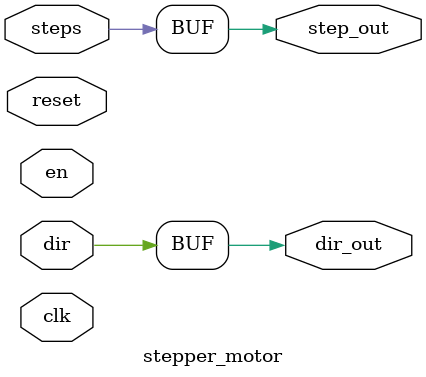
<source format=v>

module stepper_motor (input                     clk,
                      input                     reset,
                      input                     en,
                      input                     dir,
                      input                     steps,
                      output                    dir_out,
                      output                    step_out,
                      );

parameter COUNTER_WIDTH = 16;
reg step;
reg [COUNTER_WIDTH-1:0] count;
reg div_clk;

initial begin
    count <= 0;
end

assign dir_out = dir;
//assign step_out = (en == 1'b1) ? step : 1'b0;
assign step_out = steps;

always @ (posedge clk or posedge rst)
begin
    if (rst) begin
        step  <= 1'b0;
        count <= 0;
        div_clk <= 1'b0;
    end else begin
        if (count==16'd5000) begin
            div_clk <= ~div_clk;
            count <= 16'd0;
        end else begin
            count = count + 1'b1;
        end
    end
end

endmodule

</source>
